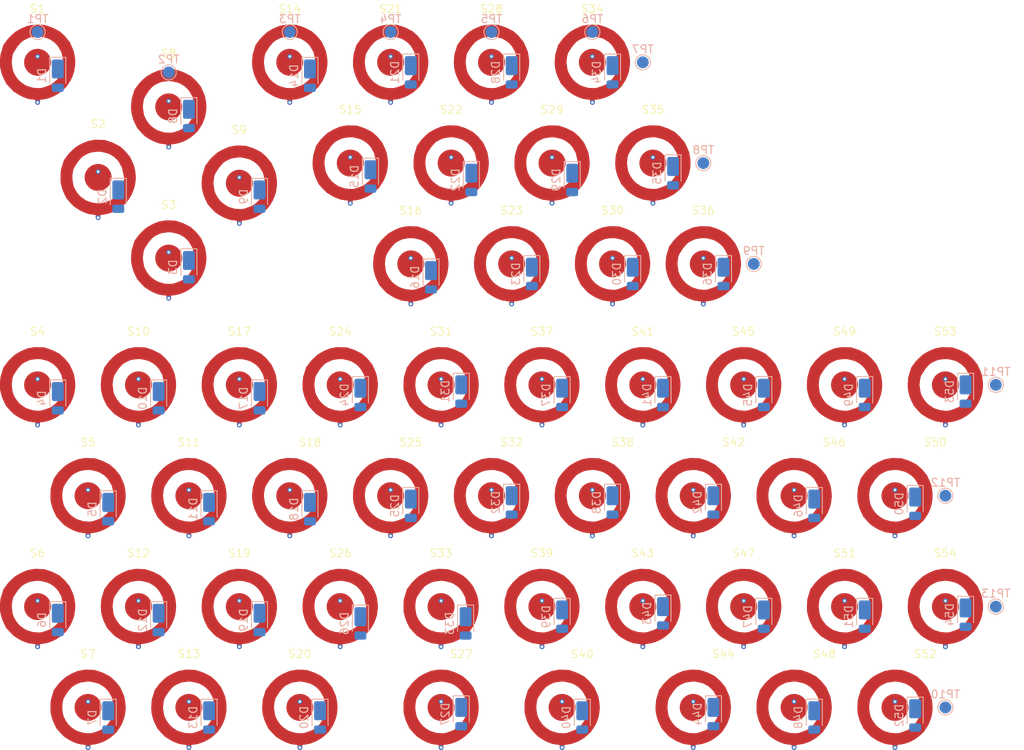
<source format=kicad_pcb>
(kicad_pcb (version 20240108) (generator "pcbnew") (generator_version "8.0")
  (layers (0 "F.Cu" signal) (31 "B.Cu" signal) (34 "B.Paste" user) (35 "F.Paste" user) (36 "B.SilkS" user "B.Silkscreen") (37 "F.SilkS" user "F.Silkscreen") (38 "B.Mask" user) (39 "F.Mask" user) (44 "Edge.Cuts" user))
  (net 0 "")
  (net 1 "Net-(D1-K)")
  (net 2 "Net-(D1-A)")
  (net 3 "Net-(D15-K)")
  (net 4 "Net-(D2-A)")
  (net 5 "Net-(D16-K)")
  (net 6 "Net-(D3-A)")
  (net 7 "Net-(D4-A)")
  (net 8 "Net-(D10-K)")
  (net 9 "Net-(D5-A)")
  (net 10 "Net-(D11-K)")
  (net 11 "Net-(D6-A)")
  (net 12 "Net-(D12-K)")
  (net 13 "Net-(D13-K)")
  (net 14 "Net-(D7-A)")
  (net 15 "Net-(D8-A)")
  (net 16 "Net-(D9-A)")
  (net 17 "Net-(D10-A)")
  (net 18 "Net-(D11-A)")
  (net 19 "Net-(D12-A)")
  (net 20 "Net-(D13-A)")
  (net 21 "Net-(D14-A)")
  (net 22 "Net-(D15-A)")
  (net 23 "Net-(D16-A)")
  (net 24 "Net-(D17-A)")
  (net 25 "Net-(D18-A)")
  (net 26 "Net-(D19-A)")
  (net 27 "Net-(D20-A)")
  (net 28 "Net-(D21-A)")
  (net 29 "Net-(D22-A)")
  (net 30 "Net-(D23-A)")
  (net 31 "Net-(D24-A)")
  (net 32 "Net-(D25-A)")
  (net 33 "Net-(D26-A)")
  (net 34 "Net-(D27-A)")
  (net 35 "Net-(D28-A)")
  (net 36 "Net-(D29-A)")
  (net 37 "Net-(D30-A)")
  (net 38 "Net-(D31-A)")
  (net 39 "Net-(D32-A)")
  (net 40 "Net-(D33-A)")
  (net 41 "Net-(D34-A)")
  (net 42 "Net-(D35-A)")
  (net 43 "Net-(D36-A)")
  (net 44 "Net-(D37-A)")
  (net 45 "Net-(D38-A)")
  (net 46 "Net-(D39-A)")
  (net 47 "Net-(D40-A)")
  (net 48 "Net-(D41-A)")
  (net 49 "Net-(D42-A)")
  (net 50 "Net-(D43-A)")
  (net 51 "Net-(D44-A)")
  (net 52 "Net-(D45-A)")
  (net 53 "Net-(D46-A)")
  (net 54 "Net-(D47-A)")
  (net 55 "Net-(D48-A)")
  (net 56 "Net-(D49-A)")
  (net 57 "Net-(D50-A)")
  (net 58 "Net-(D51-A)")
  (net 59 "Net-(D52-A)")
  (net 60 "Net-(D53-A)")
  (net 61 "Net-(D54-A)")
  (net 62 "Net-(S1-Pad1)")
  (net 63 "Net-(S10-Pad1)")
  (net 64 "Net-(S14-Pad1)")
  (net 65 "Net-(S21-Pad1)")
  (net 66 "Net-(S28-Pad1)")
  (net 67 "Net-(S34-Pad1)")
  (net 68 "Net-(S41-Pad1)")
  (net 69 "Net-(S45-Pad1)")
  (net 70 "Net-(S49-Pad1)")
  (net 71 "Net-(S53-Pad1)")
  (footprint "DomeSwitches:DomeSwitch_8mm_double_sided" (layer "F.Cu") (at 62.23 110.49)
    (property "Reference" "S20")
    (property "Value" "Keyswitch")
  )
  (footprint "DomeSwitches:DomeSwitch_8mm_double_sided" (layer "F.Cu") (at 86.36 29.21)
    (property "Reference" "S28")
    (property "Value" "Keyswitch")
  )
  (footprint "DomeSwitches:DomeSwitch_8mm_double_sided" (layer "F.Cu") (at 48.26 83.82)
    (property "Reference" "S11")
    (property "Value" "Keyswitch")
  )
  (footprint "DomeSwitches:DomeSwitch_8mm_double_sided" (layer "F.Cu") (at 41.91 69.85)
    (property "Reference" "S10")
    (property "Value" "Keyswitch")
  )
  (footprint "DomeSwitches:DomeSwitch_8mm_double_sided" (layer "F.Cu") (at 113.03 54.61)
    (property "Reference" "S36")
    (property "Value" "Keyswitch")
  )
  (footprint "DomeSwitches:DomeSwitch_8mm_double_sided" (layer "F.Cu") (at 111.76 83.82)
    (property "Reference" "S42")
    (property "Value" "Keyswitch")
  )
  (footprint "DomeSwitches:DomeSwitch_8mm_double_sided" (layer "F.Cu") (at 45.72 53.88)
    (property "Reference" "S3")
    (property "Value" "Keyswitch")
  )
  (footprint "DomeSwitches:DomeSwitch_8mm_double_sided" (layer "F.Cu") (at 105.41 69.85)
    (property "Reference" "S41")
    (property "Value" "Keyswitch")
  )
  (footprint "DomeSwitches:DomeSwitch_8mm_double_sided" (layer "F.Cu") (at 101.6 54.61)
    (property "Reference" "S30")
    (property "Value" "Keyswitch")
  )
  (footprint "DomeSwitches:DomeSwitch_8mm_double_sided" (layer "F.Cu") (at 143.51 97.79)
    (property "Reference" "S54")
    (property "Value" "Keyswitch")
  )
  (footprint "DomeSwitches:DomeSwitch_8mm_double_sided" (layer "F.Cu") (at 67.31 97.79)
    (property "Reference" "S26")
    (property "Value" "Keyswitch")
  )
  (footprint "DomeSwitches:DomeSwitch_8mm_double_sided" (layer "F.Cu") (at 80.01 97.79)
    (property "Reference" "S33")
    (property "Value" "Keyswitch")
  )
  (footprint "DomeSwitches:DomeSwitch_8mm_double_sided" (layer "F.Cu") (at 45.72 34.83)
    (property "Reference" "S8")
    (property "Value" "Keyswitch")
  )
  (footprint "DomeSwitches:DomeSwitch_8mm_double_sided" (layer "F.Cu") (at 95.25 110.49)
    (property "Reference" "S40")
    (property "Value" "Keyswitch")
  )
  (footprint "DomeSwitches:DomeSwitch_8mm_double_sided" (layer "F.Cu") (at 48.26 110.49)
    (property "Reference" "S13")
    (property "Value" "Keyswitch")
  )
  (footprint "DomeSwitches:DomeSwitch_8mm_double_sided" (layer "F.Cu") (at 60.96 83.82)
    (property "Reference" "S18")
    (property "Value" "Keyswitch")
  )
  (footprint "DomeSwitches:DomeSwitch_8mm_double_sided" (layer "F.Cu") (at 60.96 29.21)
    (property "Reference" "S14")
    (property "Value" "Keyswitch")
  )
  (footprint "DomeSwitches:DomeSwitch_8mm_double_sided" (layer "F.Cu") (at 29.21 29.21)
    (property "Reference" "S1")
    (property "Value" "Keyswitch")
  )
  (footprint "DomeSwitches:DomeSwitch_8mm_double_sided" (layer "F.Cu") (at 80.01 69.85)
    (property "Reference" "S31")
    (property "Value" "Keyswitch")
  )
  (footprint "DomeSwitches:DomeSwitch_8mm_double_sided" (layer "F.Cu") (at 41.91 97.79)
    (property "Reference" "S12")
    (property "Value" "Keyswitch")
  )
  (footprint "DomeSwitches:DomeSwitch_8mm_double_sided" (layer "F.Cu") (at 54.61 97.79)
    (property "Reference" "S19")
    (property "Value" "Keyswitch")
  )
  (footprint "DomeSwitches:DomeSwitch_8mm_double_sided" (layer "F.Cu") (at 118.11 69.85)
    (property "Reference" "S45")
    (property "Value" "Keyswitch")
  )
  (footprint "DomeSwitches:DomeSwitch_8mm_double_sided" (layer "F.Cu") (at 80.01 110.49)
    (property "Reference" "S27")
    (property "Value" "Keyswitch")
  )
  (footprint "DomeSwitches:DomeSwitch_8mm_double_sided" (layer "F.Cu") (at 130.81 69.85)
    (property "Reference" "S49")
    (property "Value" "Keyswitch")
  )
  (footprint "DomeSwitches:DomeSwitch_8mm_double_sided" (layer "F.Cu") (at 73.66 29.21)
    (property "Reference" "S21")
    (property "Value" "Keyswitch")
  )
  (footprint "DomeSwitches:DomeSwitch_8mm_double_sided" (layer "F.Cu") (at 54.61 69.85)
    (property "Reference" "S17")
    (property "Value" "Keyswitch")
  )
  (footprint "DomeSwitches:DomeSwitch_8mm_double_sided" (layer "F.Cu") (at 143.51 69.85)
    (property "Reference" "S53")
    (property "Value" "Keyswitch")
  )
  (footprint "DomeSwitches:DomeSwitch_8mm_double_sided" (layer "F.Cu") (at 124.46 110.49)
    (property "Reference" "S48")
    (property "Value" "Keyswitch")
  )
  (footprint "DomeSwitches:DomeSwitch_8mm_double_sided" (layer "F.Cu") (at 35.56 110.49)
    (property "Reference" "S7")
    (property "Value" "Keyswitch")
  )
  (footprint "DomeSwitches:DomeSwitch_8mm_double_sided" (layer "F.Cu") (at 35.56 83.82)
    (property "Reference" "S5")
    (property "Value" "Keyswitch")
  )
  (footprint "DomeSwitches:DomeSwitch_8mm_double_sided" (layer "F.Cu") (at 124.46 83.82)
    (property "Reference" "S46")
    (property "Value" "Keyswitch")
  )
  (footprint "DomeSwitches:DomeSwitch_8mm_double_sided" (layer "F.Cu") (at 99.06 83.82)
    (property "Reference" "S38")
    (property "Value" "Keyswitch")
  )
  (footprint "DomeSwitches:DomeSwitch_8mm_double_sided" (layer "F.Cu") (at 67.31 69.85)
    (property "Reference" "S24")
    (property "Value" "Keyswitch")
  )
  (footprint "DomeSwitches:DomeSwitch_8mm_double_sided" (layer "F.Cu") (at 54.61 44.45)
    (property "Reference" "S9")
    (property "Value" "Keyswitch")
  )
  (footprint "DomeSwitches:DomeSwitch_8mm_double_sided" (layer "F.Cu") (at 88.9 54.61)
    (property "Reference" "S23")
    (property "Value" "Keyswitch")
  )
  (footprint "DomeSwitches:DomeSwitch_8mm_double_sided" (layer "F.Cu") (at 137.16 83.82)
    (property "Reference" "S50")
    (property "Value" "Keyswitch")
  )
  (footprint "DomeSwitches:DomeSwitch_8mm_double_sided" (layer "F.Cu") (at 81.28 41.91)
    (property "Reference" "S22")
    (property "Value" "Keyswitch")
  )
  (footprint "DomeSwitches:DomeSwitch_8mm_double_sided" (layer "F.Cu") (at 118.11 97.79)
    (property "Reference" "S47")
    (property "Value" "Keyswitch")
  )
  (footprint "DomeSwitches:DomeSwitch_8mm_double_sided" (layer "F.Cu") (at 111.76 110.49)
    (property "Reference" "S44")
    (property "Value" "Keyswitch")
  )
  (footprint "DomeSwitches:DomeSwitch_8mm_double_sided" (layer "F.Cu") (at 92.71 69.85)
    (property "Reference" "S37")
    (property "Value" "Keyswitch")
  )
  (footprint "DomeSwitches:DomeSwitch_8mm_double_sided" (layer "F.Cu") (at 29.21 69.85)
    (property "Reference" "S4")
    (property "Value" "Keyswitch")
  )
  (footprint "DomeSwitches:DomeSwitch_8mm_double_sided" (layer "F.Cu") (at 93.98 41.91)
    (property "Reference" "S29")
    (property "Value" "Keyswitch")
  )
  (footprint "DomeSwitches:DomeSwitch_8mm_double_sided" (layer "F.Cu") (at 130.81 97.79)
    (property "Reference" "S51")
    (property "Value" "Keyswitch")
  )
  (footprint "DomeSwitches:DomeSwitch_8mm_double_sided" (layer "F.Cu") (at 36.83 43.72)
    (property "Reference" "S2")
    (property "Value" "Keyswitch")
  )
  (footprint "DomeSwitches:DomeSwitch_8mm_double_sided" (layer "F.Cu") (at 106.68 41.91)
    (property "Reference" "S35")
    (property "Value" "Keyswitch")
  )
  (footprint "DomeSwitches:DomeSwitch_8mm_double_sided" (layer "F.Cu") (at 105.41 97.79)
    (property "Reference" "S43")
    (property "Value" "Keyswitch")
  )
  (footprint "DomeSwitches:DomeSwitch_8mm_double_sided" (layer "F.Cu") (at 92.71 97.79)
    (property "Reference" "S39")
    (property "Value" "Keyswitch")
  )
  (footprint "DomeSwitches:DomeSwitch_8mm_double_sided" (layer "F.Cu") (at 86.36 83.82)
    (property "Reference" "S32")
    (property "Value" "Keyswitch")
  )
  (footprint "DomeSwitches:DomeSwitch_8mm_double_sided" (layer "F.Cu") (at 137.16 110.49)
    (property "Reference" "S52")
    (property "Value" "Keyswitch")
  )
  (footprint "DomeSwitches:DomeSwitch_8mm_double_sided" (layer "F.Cu") (at 99.06 29.21)
    (property "Reference" "S34")
    (property "Value" "Keyswitch")
  )
  (footprint "DomeSwitches:DomeSwitch_8mm_double_sided" (layer "F.Cu") (at 68.58 41.91)
    (property "Reference" "S15")
    (property "Value" "Keyswitch")
  )
  (footprint "DomeSwitches:DomeSwitch_8mm_double_sided" (layer "F.Cu") (at 29.21 97.79)
    (property "Reference" "S6")
    (property "Value" "Keyswitch")
  )
  (footprint "DomeSwitches:DomeSwitch_8mm_double_sided" (layer "F.Cu") (at 73.66 83.82)
    (property "Reference" "S25")
    (property "Value" "Keyswitch")
  )
  (footprint "DomeSwitches:DomeSwitch_8mm_double_sided" (layer "F.Cu") (at 76.2 54.61)
    (property "Reference" "S16")
    (property "Value" "Keyswitch")
  )
  (footprint "Diode_SMD:D_PowerDI-123" (layer "B.Cu") (at 107.95 98.64 -90)
    (property "Reference" "D43")
    (property "Value" "Diode")
  )
  (footprint "Diode_SMD:D_PowerDI-123" (layer "B.Cu") (at 95.25 99.06 -90)
    (property "Reference" "D39")
    (property "Value" "Diode")
  )
  (footprint "Diode_SMD:D_PowerDI-123" (layer "B.Cu") (at 114.3 84.67 -90)
    (property "Reference" "D42")
    (property "Value" "Diode")
  )
  (footprint "Diode_SMD:D_PowerDI-123" (layer "B.Cu") (at 95.25 71.12 -90)
    (property "Reference" "D37")
    (property "Value" "Diode")
  )
  (footprint "Diode_SMD:D_PowerDI-123" (layer "B.Cu") (at 78.74 56.3 -90)
    (property "Reference" "D16")
    (property "Value" "Diode")
  )
  (footprint "Diode_SMD:D_PowerDI-123" (layer "B.Cu") (at 82.55 111.34 -90)
    (property "Reference" "D27")
    (property "Value" "Diode")
  )
  (footprint "TestPoint:TestPoint_Pad_D1.5mm" (layer "B.Cu") (at 113.03 41.91 180)
    (property "Reference" "TP8")
    (property "Value" "TestPoint")
  )
  (footprint "TestPoint:TestPoint_Pad_D1.5mm" (layer "B.Cu") (at 73.66 25.4 180)
    (property "Reference" "TP4")
    (property "Value" "TestPoint")
  )
  (footprint "Diode_SMD:D_PowerDI-123" (layer "B.Cu") (at 97.79 111.76 -90)
    (property "Reference" "D40")
    (property "Value" "Diode")
  )
  (footprint "Diode_SMD:D_PowerDI-123" (layer "B.Cu") (at 50.8 111.76 -90)
    (property "Reference" "D13")
    (property "Value" "Diode")
  )
  (footprint "Diode_SMD:D_PowerDI-123" (layer "B.Cu") (at 107.95 71.12 -90)
    (property "Reference" "D41")
    (property "Value" "Diode")
  )
  (footprint "Diode_SMD:D_PowerDI-123" (layer "B.Cu") (at 48.26 35.98 -90)
    (property "Reference" "D8")
    (property "Value" "Diode")
  )
  (footprint "Diode_SMD:D_PowerDI-123" (layer "B.Cu") (at 133.35 71.12 -90)
    (property "Reference" "D49")
    (property "Value" "Diode")
  )
  (footprint "Diode_SMD:D_PowerDI-123" (layer "B.Cu") (at 48.26 55.03 -90)
    (property "Reference" "D3")
    (property "Value" "Diode")
  )
  (footprint "TestPoint:TestPoint_Pad_D1.5mm" (layer "B.Cu") (at 29.21 25.4 180)
    (property "Reference" "TP1")
    (property "Value" "TestPoint")
  )
  (footprint "Diode_SMD:D_PowerDI-123" (layer "B.Cu") (at 82.55 70.7 -90)
    (property "Reference" "D31")
    (property "Value" "Diode")
  )
  (footprint "TestPoint:TestPoint_Pad_D1.5mm" (layer "B.Cu") (at 60.96 25.4 180)
    (property "Reference" "TP3")
    (property "Value" "TestPoint")
  )
  (footprint "Diode_SMD:D_PowerDI-123" (layer "B.Cu") (at 69.85 99.91 -90)
    (property "Reference" "D26")
    (property "Value" "Diode")
  )
  (footprint "TestPoint:TestPoint_Pad_D1.5mm" (layer "B.Cu") (at 86.36 25.4 180)
    (property "Reference" "TP5")
    (property "Value" "TestPoint")
  )
  (footprint "Diode_SMD:D_PowerDI-123" (layer "B.Cu") (at 38.1 111.76 -90)
    (property "Reference" "D7")
    (property "Value" "Diode")
  )
  (footprint "TestPoint:TestPoint_Pad_D1.5mm" (layer "B.Cu") (at 143.51 83.82 180)
    (property "Reference" "TP12")
    (property "Value" "TestPoint")
  )
  (footprint "Diode_SMD:D_PowerDI-123" (layer "B.Cu") (at 39.37 46.14 -90)
    (property "Reference" "D2")
    (property "Value" "Diode")
  )
  (footprint "Diode_SMD:D_PowerDI-123" (layer "B.Cu") (at 101.6 84.67 -90)
    (property "Reference" "D38")
    (property "Value" "Diode")
  )
  (footprint "Diode_SMD:D_PowerDI-123" (layer "B.Cu") (at 71.12 43.6 -90)
    (property "Reference" "D15")
    (property "Value" "Diode")
  )
  (footprint "Diode_SMD:D_PowerDI-123" (layer "B.Cu") (at 127 111.76 -90)
    (property "Reference" "D48")
    (property "Value" "Diode")
  )
  (footprint "Diode_SMD:D_PowerDI-123" (layer "B.Cu") (at 64.77 111.76 -90)
    (property "Reference" "D20")
    (property "Value" "Diode")
  )
  (footprint "Diode_SMD:D_PowerDI-123" (layer "B.Cu") (at 38.1 85.51 -90)
    (property "Reference" "D5")
    (property "Value" "Diode")
  )
  (footprint "Diode_SMD:D_PowerDI-123" (layer "B.Cu") (at 63.5 85.51 -90)
    (property "Reference" "D18")
    (property "Value" "Diode")
  )
  (footprint "Diode_SMD:D_PowerDI-123" (layer "B.Cu") (at 139.7 111.505 -90)
    (property "Reference" "D52")
    (property "Value" "Diode")
  )
  (footprint "TestPoint:TestPoint_Pad_D1.5mm" (layer "B.Cu") (at 99.06 25.4 180)
    (property "Reference" "TP6")
    (property "Value" "TestPoint")
  )
  (footprint "Diode_SMD:D_PowerDI-123" (layer "B.Cu") (at 88.9 30.48 -90)
    (property "Reference" "D28")
    (property "Value" "Diode")
  )
  (footprint "Diode_SMD:D_PowerDI-123" (layer "B.Cu") (at 127 85.09 -90)
    (property "Reference" "D46")
    (property "Value" "Diode")
  )
  (footprint "Diode_SMD:D_PowerDI-123" (layer "B.Cu") (at 57.15 46.14 -90)
    (property "Reference" "D9")
    (property "Value" "Diode")
  )
  (footprint "Diode_SMD:D_PowerDI-123" (layer "B.Cu") (at 76.2 85.09 -90)
    (property "Reference" "D25")
    (property "Value" "Diode")
  )
  (footprint "Diode_SMD:D_PowerDI-123" (layer "B.Cu") (at 139.7 84.835 -90)
    (property "Reference" "D50")
    (property "Value" "Diode")
  )
  (footprint "TestPoint:TestPoint_Pad_D1.5mm" (layer "B.Cu") (at 149.86 69.85 180)
    (property "Reference" "TP11")
    (property "Value" "TestPoint")
  )
  (footprint "Diode_SMD:D_PowerDI-123" (layer "B.Cu") (at 88.9 84.67 -90)
    (property "Reference" "D32")
    (property "Value" "Diode")
  )
  (footprint "TestPoint:TestPoint_Pad_D1.5mm" (layer "B.Cu") (at 143.51 110.49 180)
    (property "Reference" "TP10")
    (property "Value" "TestPoint")
  )
  (footprint "Diode_SMD:D_PowerDI-123" (layer "B.Cu") (at 31.75 71.54 -90)
    (property "Reference" "D4")
    (property "Value" "Diode")
  )
  (footprint "Diode_SMD:D_PowerDI-123" (layer "B.Cu") (at 114.3 111.34 -90)
    (property "Reference" "D44")
    (property "Value" "Diode")
  )
  (footprint "TestPoint:TestPoint_Pad_D1.5mm" (layer "B.Cu") (at 45.72 30.48 180)
    (property "Reference" "TP2")
    (property "Value" "TestPoint")
  )
  (footprint "TestPoint:TestPoint_Pad_D1.5mm" (layer "B.Cu") (at 119.38 54.61 180)
    (property "Reference" "TP9")
    (property "Value" "TestPoint")
  )
  (footprint "Diode_SMD:D_PowerDI-123" (layer "B.Cu") (at 101.6 30.48 -90)
    (property "Reference" "D34")
    (property "Value" "Diode")
  )
  (footprint "Diode_SMD:D_PowerDI-123" (layer "B.Cu") (at 146.05 70.7 -90)
    (property "Reference" "D53")
    (property "Value" "Diode")
  )
  (footprint "Diode_SMD:D_PowerDI-123" (layer "B.Cu") (at 31.75 30.9 -90)
    (property "Reference" "D1")
    (property "Value" "Diode")
  )
  (footprint "Diode_SMD:D_PowerDI-123" (layer "B.Cu") (at 69.85 71.12 -90)
    (property "Reference" "D24")
    (property "Value" "Diode")
  )
  (footprint "Diode_SMD:D_PowerDI-123" (layer "B.Cu") (at 50.8 85.51 -90)
    (property "Reference" "D11")
    (property "Value" "Diode")
  )
  (footprint "Diode_SMD:D_PowerDI-123" (layer "B.Cu") (at 63.5 30.9 -90)
    (property "Reference" "D14")
    (property "Value" "Diode")
  )
  (footprint "Diode_SMD:D_PowerDI-123" (layer "B.Cu") (at 120.65 71.12 -90)
    (property "Reference" "D45")
    (property "Value" "Diode")
  )
  (footprint "Diode_SMD:D_PowerDI-123" (layer "B.Cu") (at 91.44 55.88 -90)
    (property "Reference" "D23")
    (property "Value" "Diode")
  )
  (footprint "Diode_SMD:D_PowerDI-123" (layer "B.Cu") (at 57.15 71.54 -90)
    (property "Reference" "D17")
    (property "Value" "Diode")
  )
  (footprint "Diode_SMD:D_PowerDI-123" (layer "B.Cu") (at 96.52 44.03 -90)
    (property "Reference" "D29")
    (property "Value" "Diode")
  )
  (footprint "TestPoint:TestPoint_Pad_D1.5mm" (layer "B.Cu") (at 149.86 97.79 180)
    (property "Reference" "TP13")
    (property "Value" "TestPoint")
  )
  (footprint "Diode_SMD:D_PowerDI-123" (layer "B.Cu") (at 115.57 55.88 -90)
    (property "Reference" "D36")
    (property "Value" "Diode")
  )
  (footprint "Diode_SMD:D_PowerDI-123" (layer "B.Cu") (at 133.35 99.06 -90)
    (property "Reference" "D51")
    (property "Value" "Diode")
  )
  (footprint "Diode_SMD:D_PowerDI-123" (layer "B.Cu") (at 120.65 99.06 -90)
    (property "Reference" "D47")
    (property "Value" "Diode")
  )
  (footprint "Diode_SMD:D_PowerDI-123" (layer "B.Cu") (at 31.75 99.48 -90)
    (property "Reference" "D6")
    (property "Value" "Diode")
  )
  (footprint "Diode_SMD:D_PowerDI-123" (layer "B.Cu") (at 83.1 99.91 -90)
    (property "Reference" "D33")
    (property "Value" "Diode")
  )
  (footprint "Diode_SMD:D_PowerDI-123" (layer "B.Cu") (at 76.2 30.48 -90)
    (property "Reference" "D21")
    (property "Value" "Diode")
  )
  (footprint "Diode_SMD:D_PowerDI-123" (layer "B.Cu") (at 44.45 99.48 -90)
    (property "Reference" "D12")
    (property "Value" "Diode")
  )
  (footprint "Diode_SMD:D_PowerDI-123" (layer "B.Cu") (at 104.14 55.88 -90)
    (property "Reference" "D30")
    (property "Value" "Diode")
  )
  (footprint "Diode_SMD:D_PowerDI-123" (layer "B.Cu") (at 83.82 44.03 -90)
    (property "Reference" "D22")
    (property "Value" "Diode")
  )
  (footprint "Diode_SMD:D_PowerDI-123" (layer "B.Cu") (at 44.45 71.54 -90)
    (property "Reference" "D10")
    (property "Value" "Diode")
  )
  (footprint "TestPoint:TestPoint_Pad_D1.5mm" (layer "B.Cu") (at 105.41 29.21 180)
    (property "Reference" "TP7")
    (property "Value" "TestPoint")
  )
  (footprint "Diode_SMD:D_PowerDI-123" (layer "B.Cu") (at 57.15 99.48 -90)
    (property "Reference" "D19")
    (property "Value" "Diode")
  )
  (footprint "Diode_SMD:D_PowerDI-123" (layer "B.Cu") (at 146.05 98.805 -90)
    (property "Reference" "D54")
    (property "Value" "Diode")
  )
  (footprint "Diode_SMD:D_PowerDI-123" (layer "B.Cu") (at 109.22 43.18 -90)
    (property "Reference" "D35")
    (property "Value" "Diode")
  )
)
</source>
